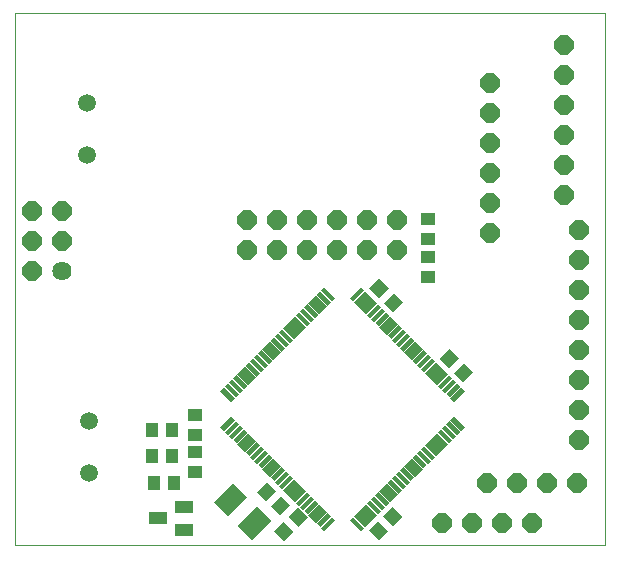
<source format=gbs>
G75*
%MOIN*%
%OFA0B0*%
%FSLAX25Y25*%
%IPPOS*%
%LPD*%
%AMOC8*
5,1,8,0,0,1.08239X$1,22.5*
%
%ADD10C,0.00000*%
%ADD11R,0.04337X0.04731*%
%ADD12R,0.04731X0.04337*%
%ADD13R,0.06699X0.09061*%
%ADD14C,0.05943*%
%ADD15R,0.05124X0.01660*%
%ADD16R,0.01660X0.05124*%
%ADD17R,0.05912X0.04337*%
%ADD18OC8,0.06400*%
%ADD19C,0.06400*%
D10*
X0008340Y0016382D02*
X0008340Y0193548D01*
X0205190Y0193548D01*
X0205190Y0016382D01*
X0008340Y0016382D01*
D11*
X0054600Y0037052D03*
X0061293Y0037052D03*
X0060899Y0045910D03*
X0054206Y0045910D03*
X0054206Y0054768D03*
X0060899Y0054768D03*
G36*
X0092347Y0037505D02*
X0095413Y0034439D01*
X0092069Y0031095D01*
X0089003Y0034161D01*
X0092347Y0037505D01*
G37*
G36*
X0097080Y0032772D02*
X0100146Y0029706D01*
X0096802Y0026362D01*
X0093736Y0029428D01*
X0097080Y0032772D01*
G37*
G36*
X0106023Y0025514D02*
X0102957Y0022448D01*
X0099613Y0025792D01*
X0102679Y0028858D01*
X0106023Y0025514D01*
G37*
G36*
X0101291Y0020781D02*
X0098225Y0017715D01*
X0094881Y0021059D01*
X0097947Y0024125D01*
X0101291Y0020781D01*
G37*
G36*
X0126482Y0021178D02*
X0129548Y0024244D01*
X0132892Y0020900D01*
X0129826Y0017834D01*
X0126482Y0021178D01*
G37*
G36*
X0131215Y0025911D02*
X0134281Y0028977D01*
X0137625Y0025633D01*
X0134559Y0022567D01*
X0131215Y0025911D01*
G37*
G36*
X0157692Y0070562D02*
X0154626Y0073628D01*
X0157970Y0076972D01*
X0161036Y0073906D01*
X0157692Y0070562D01*
G37*
G36*
X0152959Y0075295D02*
X0149893Y0078361D01*
X0153237Y0081705D01*
X0156303Y0078639D01*
X0152959Y0075295D01*
G37*
G36*
X0134358Y0094051D02*
X0131292Y0097117D01*
X0134636Y0100461D01*
X0137702Y0097395D01*
X0134358Y0094051D01*
G37*
G36*
X0129626Y0098783D02*
X0126560Y0101849D01*
X0129904Y0105193D01*
X0132970Y0102127D01*
X0129626Y0098783D01*
G37*
D12*
X0146135Y0105556D03*
X0146135Y0112249D03*
X0146135Y0118351D03*
X0146135Y0125044D03*
X0068379Y0059690D03*
X0068379Y0052997D03*
X0068379Y0047485D03*
X0068379Y0040792D03*
D13*
G36*
X0081156Y0036980D02*
X0085892Y0032244D01*
X0079486Y0025838D01*
X0074750Y0030574D01*
X0081156Y0036980D01*
G37*
G36*
X0088951Y0029185D02*
X0093687Y0024449D01*
X0087281Y0018043D01*
X0082545Y0022779D01*
X0088951Y0029185D01*
G37*
D14*
X0032946Y0040201D03*
X0032946Y0057524D03*
X0032356Y0146501D03*
X0032356Y0163823D03*
D15*
G36*
X0124862Y0101160D02*
X0121240Y0097538D01*
X0120066Y0098712D01*
X0123688Y0102334D01*
X0124862Y0101160D01*
G37*
G36*
X0126254Y0099769D02*
X0122632Y0096147D01*
X0121458Y0097321D01*
X0125080Y0100943D01*
X0126254Y0099769D01*
G37*
G36*
X0127646Y0098377D02*
X0124024Y0094755D01*
X0122850Y0095929D01*
X0126472Y0099551D01*
X0127646Y0098377D01*
G37*
G36*
X0129037Y0096985D02*
X0125415Y0093363D01*
X0124241Y0094537D01*
X0127863Y0098159D01*
X0129037Y0096985D01*
G37*
G36*
X0130429Y0095593D02*
X0126807Y0091971D01*
X0125633Y0093145D01*
X0129255Y0096767D01*
X0130429Y0095593D01*
G37*
G36*
X0131821Y0094201D02*
X0128199Y0090579D01*
X0127025Y0091753D01*
X0130647Y0095375D01*
X0131821Y0094201D01*
G37*
G36*
X0133213Y0092809D02*
X0129591Y0089187D01*
X0128417Y0090361D01*
X0132039Y0093983D01*
X0133213Y0092809D01*
G37*
G36*
X0134605Y0091417D02*
X0130983Y0087795D01*
X0129809Y0088969D01*
X0133431Y0092591D01*
X0134605Y0091417D01*
G37*
G36*
X0135997Y0090025D02*
X0132375Y0086403D01*
X0131201Y0087577D01*
X0134823Y0091199D01*
X0135997Y0090025D01*
G37*
G36*
X0137389Y0088633D02*
X0133767Y0085011D01*
X0132593Y0086185D01*
X0136215Y0089807D01*
X0137389Y0088633D01*
G37*
G36*
X0138781Y0087241D02*
X0135159Y0083619D01*
X0133985Y0084793D01*
X0137607Y0088415D01*
X0138781Y0087241D01*
G37*
G36*
X0140173Y0085849D02*
X0136551Y0082227D01*
X0135377Y0083401D01*
X0138999Y0087023D01*
X0140173Y0085849D01*
G37*
G36*
X0141565Y0084457D02*
X0137943Y0080835D01*
X0136769Y0082009D01*
X0140391Y0085631D01*
X0141565Y0084457D01*
G37*
G36*
X0142957Y0083065D02*
X0139335Y0079443D01*
X0138161Y0080617D01*
X0141783Y0084239D01*
X0142957Y0083065D01*
G37*
G36*
X0144349Y0081673D02*
X0140727Y0078051D01*
X0139553Y0079225D01*
X0143175Y0082847D01*
X0144349Y0081673D01*
G37*
G36*
X0145741Y0080281D02*
X0142119Y0076659D01*
X0140945Y0077833D01*
X0144567Y0081455D01*
X0145741Y0080281D01*
G37*
G36*
X0147133Y0078889D02*
X0143511Y0075267D01*
X0142337Y0076441D01*
X0145959Y0080063D01*
X0147133Y0078889D01*
G37*
G36*
X0148525Y0077497D02*
X0144903Y0073875D01*
X0143729Y0075049D01*
X0147351Y0078671D01*
X0148525Y0077497D01*
G37*
G36*
X0149917Y0076105D02*
X0146295Y0072483D01*
X0145121Y0073657D01*
X0148743Y0077279D01*
X0149917Y0076105D01*
G37*
G36*
X0151309Y0074714D02*
X0147687Y0071092D01*
X0146513Y0072266D01*
X0150135Y0075888D01*
X0151309Y0074714D01*
G37*
G36*
X0152701Y0073322D02*
X0149079Y0069700D01*
X0147905Y0070874D01*
X0151527Y0074496D01*
X0152701Y0073322D01*
G37*
G36*
X0154092Y0071930D02*
X0150470Y0068308D01*
X0149296Y0069482D01*
X0152918Y0073104D01*
X0154092Y0071930D01*
G37*
G36*
X0155484Y0070538D02*
X0151862Y0066916D01*
X0150688Y0068090D01*
X0154310Y0071712D01*
X0155484Y0070538D01*
G37*
G36*
X0156876Y0069146D02*
X0153254Y0065524D01*
X0152080Y0066698D01*
X0155702Y0070320D01*
X0156876Y0069146D01*
G37*
G36*
X0158268Y0067754D02*
X0154646Y0064132D01*
X0153472Y0065306D01*
X0157094Y0068928D01*
X0158268Y0067754D01*
G37*
G36*
X0115118Y0024604D02*
X0111496Y0020982D01*
X0110322Y0022156D01*
X0113944Y0025778D01*
X0115118Y0024604D01*
G37*
G36*
X0113726Y0025996D02*
X0110104Y0022374D01*
X0108930Y0023548D01*
X0112552Y0027170D01*
X0113726Y0025996D01*
G37*
G36*
X0112334Y0027387D02*
X0108712Y0023765D01*
X0107538Y0024939D01*
X0111160Y0028561D01*
X0112334Y0027387D01*
G37*
G36*
X0110942Y0028779D02*
X0107320Y0025157D01*
X0106146Y0026331D01*
X0109768Y0029953D01*
X0110942Y0028779D01*
G37*
G36*
X0109550Y0030171D02*
X0105928Y0026549D01*
X0104754Y0027723D01*
X0108376Y0031345D01*
X0109550Y0030171D01*
G37*
G36*
X0108158Y0031563D02*
X0104536Y0027941D01*
X0103362Y0029115D01*
X0106984Y0032737D01*
X0108158Y0031563D01*
G37*
G36*
X0106766Y0032955D02*
X0103144Y0029333D01*
X0101970Y0030507D01*
X0105592Y0034129D01*
X0106766Y0032955D01*
G37*
G36*
X0105374Y0034347D02*
X0101752Y0030725D01*
X0100578Y0031899D01*
X0104200Y0035521D01*
X0105374Y0034347D01*
G37*
G36*
X0103983Y0035739D02*
X0100361Y0032117D01*
X0099187Y0033291D01*
X0102809Y0036913D01*
X0103983Y0035739D01*
G37*
G36*
X0102591Y0037131D02*
X0098969Y0033509D01*
X0097795Y0034683D01*
X0101417Y0038305D01*
X0102591Y0037131D01*
G37*
G36*
X0101199Y0038523D02*
X0097577Y0034901D01*
X0096403Y0036075D01*
X0100025Y0039697D01*
X0101199Y0038523D01*
G37*
G36*
X0099807Y0039915D02*
X0096185Y0036293D01*
X0095011Y0037467D01*
X0098633Y0041089D01*
X0099807Y0039915D01*
G37*
G36*
X0098415Y0041307D02*
X0094793Y0037685D01*
X0093619Y0038859D01*
X0097241Y0042481D01*
X0098415Y0041307D01*
G37*
G36*
X0097023Y0042699D02*
X0093401Y0039077D01*
X0092227Y0040251D01*
X0095849Y0043873D01*
X0097023Y0042699D01*
G37*
G36*
X0095631Y0044091D02*
X0092009Y0040469D01*
X0090835Y0041643D01*
X0094457Y0045265D01*
X0095631Y0044091D01*
G37*
G36*
X0094239Y0045483D02*
X0090617Y0041861D01*
X0089443Y0043035D01*
X0093065Y0046657D01*
X0094239Y0045483D01*
G37*
G36*
X0092847Y0046875D02*
X0089225Y0043253D01*
X0088051Y0044427D01*
X0091673Y0048049D01*
X0092847Y0046875D01*
G37*
G36*
X0091455Y0048267D02*
X0087833Y0044645D01*
X0086659Y0045819D01*
X0090281Y0049441D01*
X0091455Y0048267D01*
G37*
G36*
X0090063Y0049659D02*
X0086441Y0046037D01*
X0085267Y0047211D01*
X0088889Y0050833D01*
X0090063Y0049659D01*
G37*
G36*
X0088671Y0051051D02*
X0085049Y0047429D01*
X0083875Y0048603D01*
X0087497Y0052225D01*
X0088671Y0051051D01*
G37*
G36*
X0087279Y0052442D02*
X0083657Y0048820D01*
X0082483Y0049994D01*
X0086105Y0053616D01*
X0087279Y0052442D01*
G37*
G36*
X0085887Y0053834D02*
X0082265Y0050212D01*
X0081091Y0051386D01*
X0084713Y0055008D01*
X0085887Y0053834D01*
G37*
G36*
X0084495Y0055226D02*
X0080873Y0051604D01*
X0079699Y0052778D01*
X0083321Y0056400D01*
X0084495Y0055226D01*
G37*
G36*
X0083103Y0056618D02*
X0079481Y0052996D01*
X0078307Y0054170D01*
X0081929Y0057792D01*
X0083103Y0056618D01*
G37*
G36*
X0081711Y0058010D02*
X0078089Y0054388D01*
X0076915Y0055562D01*
X0080537Y0059184D01*
X0081711Y0058010D01*
G37*
D16*
G36*
X0081711Y0065306D02*
X0080537Y0064132D01*
X0076915Y0067754D01*
X0078089Y0068928D01*
X0081711Y0065306D01*
G37*
G36*
X0083103Y0066698D02*
X0081929Y0065524D01*
X0078307Y0069146D01*
X0079481Y0070320D01*
X0083103Y0066698D01*
G37*
G36*
X0084495Y0068090D02*
X0083321Y0066916D01*
X0079699Y0070538D01*
X0080873Y0071712D01*
X0084495Y0068090D01*
G37*
G36*
X0085887Y0069482D02*
X0084713Y0068308D01*
X0081091Y0071930D01*
X0082265Y0073104D01*
X0085887Y0069482D01*
G37*
G36*
X0087279Y0070874D02*
X0086105Y0069700D01*
X0082483Y0073322D01*
X0083657Y0074496D01*
X0087279Y0070874D01*
G37*
G36*
X0088671Y0072266D02*
X0087497Y0071092D01*
X0083875Y0074714D01*
X0085049Y0075888D01*
X0088671Y0072266D01*
G37*
G36*
X0090063Y0073657D02*
X0088889Y0072483D01*
X0085267Y0076105D01*
X0086441Y0077279D01*
X0090063Y0073657D01*
G37*
G36*
X0091455Y0075049D02*
X0090281Y0073875D01*
X0086659Y0077497D01*
X0087833Y0078671D01*
X0091455Y0075049D01*
G37*
G36*
X0092847Y0076441D02*
X0091673Y0075267D01*
X0088051Y0078889D01*
X0089225Y0080063D01*
X0092847Y0076441D01*
G37*
G36*
X0094239Y0077833D02*
X0093065Y0076659D01*
X0089443Y0080281D01*
X0090617Y0081455D01*
X0094239Y0077833D01*
G37*
G36*
X0095631Y0079225D02*
X0094457Y0078051D01*
X0090835Y0081673D01*
X0092009Y0082847D01*
X0095631Y0079225D01*
G37*
G36*
X0097023Y0080617D02*
X0095849Y0079443D01*
X0092227Y0083065D01*
X0093401Y0084239D01*
X0097023Y0080617D01*
G37*
G36*
X0098415Y0082009D02*
X0097241Y0080835D01*
X0093619Y0084457D01*
X0094793Y0085631D01*
X0098415Y0082009D01*
G37*
G36*
X0099807Y0083401D02*
X0098633Y0082227D01*
X0095011Y0085849D01*
X0096185Y0087023D01*
X0099807Y0083401D01*
G37*
G36*
X0101199Y0084793D02*
X0100025Y0083619D01*
X0096403Y0087241D01*
X0097577Y0088415D01*
X0101199Y0084793D01*
G37*
G36*
X0102591Y0086185D02*
X0101417Y0085011D01*
X0097795Y0088633D01*
X0098969Y0089807D01*
X0102591Y0086185D01*
G37*
G36*
X0103983Y0087577D02*
X0102809Y0086403D01*
X0099187Y0090025D01*
X0100361Y0091199D01*
X0103983Y0087577D01*
G37*
G36*
X0105374Y0088969D02*
X0104200Y0087795D01*
X0100578Y0091417D01*
X0101752Y0092591D01*
X0105374Y0088969D01*
G37*
G36*
X0106766Y0090361D02*
X0105592Y0089187D01*
X0101970Y0092809D01*
X0103144Y0093983D01*
X0106766Y0090361D01*
G37*
G36*
X0108158Y0091753D02*
X0106984Y0090579D01*
X0103362Y0094201D01*
X0104536Y0095375D01*
X0108158Y0091753D01*
G37*
G36*
X0109550Y0093145D02*
X0108376Y0091971D01*
X0104754Y0095593D01*
X0105928Y0096767D01*
X0109550Y0093145D01*
G37*
G36*
X0110942Y0094537D02*
X0109768Y0093363D01*
X0106146Y0096985D01*
X0107320Y0098159D01*
X0110942Y0094537D01*
G37*
G36*
X0112334Y0095929D02*
X0111160Y0094755D01*
X0107538Y0098377D01*
X0108712Y0099551D01*
X0112334Y0095929D01*
G37*
G36*
X0113726Y0097321D02*
X0112552Y0096147D01*
X0108930Y0099769D01*
X0110104Y0100943D01*
X0113726Y0097321D01*
G37*
G36*
X0115118Y0098712D02*
X0113944Y0097538D01*
X0110322Y0101160D01*
X0111496Y0102334D01*
X0115118Y0098712D01*
G37*
G36*
X0158268Y0055562D02*
X0157094Y0054388D01*
X0153472Y0058010D01*
X0154646Y0059184D01*
X0158268Y0055562D01*
G37*
G36*
X0156876Y0054170D02*
X0155702Y0052996D01*
X0152080Y0056618D01*
X0153254Y0057792D01*
X0156876Y0054170D01*
G37*
G36*
X0155484Y0052778D02*
X0154310Y0051604D01*
X0150688Y0055226D01*
X0151862Y0056400D01*
X0155484Y0052778D01*
G37*
G36*
X0154092Y0051386D02*
X0152918Y0050212D01*
X0149296Y0053834D01*
X0150470Y0055008D01*
X0154092Y0051386D01*
G37*
G36*
X0152701Y0049994D02*
X0151527Y0048820D01*
X0147905Y0052442D01*
X0149079Y0053616D01*
X0152701Y0049994D01*
G37*
G36*
X0151309Y0048603D02*
X0150135Y0047429D01*
X0146513Y0051051D01*
X0147687Y0052225D01*
X0151309Y0048603D01*
G37*
G36*
X0149917Y0047211D02*
X0148743Y0046037D01*
X0145121Y0049659D01*
X0146295Y0050833D01*
X0149917Y0047211D01*
G37*
G36*
X0148525Y0045819D02*
X0147351Y0044645D01*
X0143729Y0048267D01*
X0144903Y0049441D01*
X0148525Y0045819D01*
G37*
G36*
X0147133Y0044427D02*
X0145959Y0043253D01*
X0142337Y0046875D01*
X0143511Y0048049D01*
X0147133Y0044427D01*
G37*
G36*
X0145741Y0043035D02*
X0144567Y0041861D01*
X0140945Y0045483D01*
X0142119Y0046657D01*
X0145741Y0043035D01*
G37*
G36*
X0144349Y0041643D02*
X0143175Y0040469D01*
X0139553Y0044091D01*
X0140727Y0045265D01*
X0144349Y0041643D01*
G37*
G36*
X0142957Y0040251D02*
X0141783Y0039077D01*
X0138161Y0042699D01*
X0139335Y0043873D01*
X0142957Y0040251D01*
G37*
G36*
X0141565Y0038859D02*
X0140391Y0037685D01*
X0136769Y0041307D01*
X0137943Y0042481D01*
X0141565Y0038859D01*
G37*
G36*
X0140173Y0037467D02*
X0138999Y0036293D01*
X0135377Y0039915D01*
X0136551Y0041089D01*
X0140173Y0037467D01*
G37*
G36*
X0138781Y0036075D02*
X0137607Y0034901D01*
X0133985Y0038523D01*
X0135159Y0039697D01*
X0138781Y0036075D01*
G37*
G36*
X0137389Y0034683D02*
X0136215Y0033509D01*
X0132593Y0037131D01*
X0133767Y0038305D01*
X0137389Y0034683D01*
G37*
G36*
X0135997Y0033291D02*
X0134823Y0032117D01*
X0131201Y0035739D01*
X0132375Y0036913D01*
X0135997Y0033291D01*
G37*
G36*
X0134605Y0031899D02*
X0133431Y0030725D01*
X0129809Y0034347D01*
X0130983Y0035521D01*
X0134605Y0031899D01*
G37*
G36*
X0133213Y0030507D02*
X0132039Y0029333D01*
X0128417Y0032955D01*
X0129591Y0034129D01*
X0133213Y0030507D01*
G37*
G36*
X0131821Y0029115D02*
X0130647Y0027941D01*
X0127025Y0031563D01*
X0128199Y0032737D01*
X0131821Y0029115D01*
G37*
G36*
X0130429Y0027723D02*
X0129255Y0026549D01*
X0125633Y0030171D01*
X0126807Y0031345D01*
X0130429Y0027723D01*
G37*
G36*
X0129037Y0026331D02*
X0127863Y0025157D01*
X0124241Y0028779D01*
X0125415Y0029953D01*
X0129037Y0026331D01*
G37*
G36*
X0127646Y0024939D02*
X0126472Y0023765D01*
X0122850Y0027387D01*
X0124024Y0028561D01*
X0127646Y0024939D01*
G37*
G36*
X0126254Y0023548D02*
X0125080Y0022374D01*
X0121458Y0025996D01*
X0122632Y0027170D01*
X0126254Y0023548D01*
G37*
G36*
X0124862Y0022156D02*
X0123688Y0020982D01*
X0120066Y0024604D01*
X0121240Y0025778D01*
X0124862Y0022156D01*
G37*
D17*
X0064836Y0021501D03*
X0064836Y0028981D03*
X0056175Y0025241D03*
D18*
X0014167Y0107760D03*
X0014167Y0117760D03*
X0024167Y0117760D03*
X0024167Y0127760D03*
X0014167Y0127760D03*
X0085702Y0124729D03*
X0095702Y0124729D03*
X0105702Y0124729D03*
X0115702Y0124729D03*
X0125702Y0124729D03*
X0135702Y0124729D03*
X0135702Y0114729D03*
X0125702Y0114729D03*
X0115702Y0114729D03*
X0105702Y0114729D03*
X0095702Y0114729D03*
X0085702Y0114729D03*
X0165584Y0037052D03*
X0175584Y0037052D03*
X0185584Y0037052D03*
X0195584Y0037052D03*
X0196332Y0051264D03*
X0196332Y0061264D03*
X0196332Y0071264D03*
X0196332Y0081264D03*
X0196332Y0091264D03*
X0196332Y0101264D03*
X0196332Y0111264D03*
X0196332Y0121264D03*
X0191411Y0133115D03*
X0191411Y0143115D03*
X0191411Y0153115D03*
X0191411Y0163115D03*
X0191411Y0173115D03*
X0191411Y0183115D03*
X0166804Y0170319D03*
X0166804Y0160319D03*
X0166804Y0150319D03*
X0166804Y0140319D03*
X0166804Y0130319D03*
X0166804Y0120319D03*
X0170820Y0023666D03*
X0180820Y0023666D03*
X0160820Y0023666D03*
X0150820Y0023666D03*
D19*
X0024167Y0107760D03*
M02*

</source>
